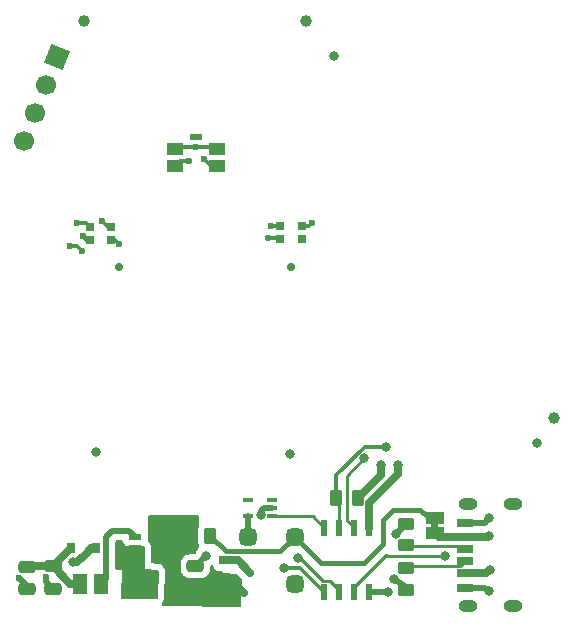
<source format=gbr>
%TF.GenerationSoftware,KiCad,Pcbnew,8.0.5*%
%TF.CreationDate,2024-11-06T13:54:44-05:00*%
%TF.ProjectId,BadgeKittyv2,42616467-654b-4697-9474-7976322e6b69,rev?*%
%TF.SameCoordinates,Original*%
%TF.FileFunction,Copper,L1,Top*%
%TF.FilePolarity,Positive*%
%FSLAX46Y46*%
G04 Gerber Fmt 4.6, Leading zero omitted, Abs format (unit mm)*
G04 Created by KiCad (PCBNEW 8.0.5) date 2024-11-06 13:54:44*
%MOMM*%
%LPD*%
G01*
G04 APERTURE LIST*
G04 Aperture macros list*
%AMRoundRect*
0 Rectangle with rounded corners*
0 $1 Rounding radius*
0 $2 $3 $4 $5 $6 $7 $8 $9 X,Y pos of 4 corners*
0 Add a 4 corners polygon primitive as box body*
4,1,4,$2,$3,$4,$5,$6,$7,$8,$9,$2,$3,0*
0 Add four circle primitives for the rounded corners*
1,1,$1+$1,$2,$3*
1,1,$1+$1,$4,$5*
1,1,$1+$1,$6,$7*
1,1,$1+$1,$8,$9*
0 Add four rect primitives between the rounded corners*
20,1,$1+$1,$2,$3,$4,$5,0*
20,1,$1+$1,$4,$5,$6,$7,0*
20,1,$1+$1,$6,$7,$8,$9,0*
20,1,$1+$1,$8,$9,$2,$3,0*%
%AMHorizOval*
0 Thick line with rounded ends*
0 $1 width*
0 $2 $3 position (X,Y) of the first rounded end (center of the circle)*
0 $4 $5 position (X,Y) of the second rounded end (center of the circle)*
0 Add line between two ends*
20,1,$1,$2,$3,$4,$5,0*
0 Add two circle primitives to create the rounded ends*
1,1,$1,$2,$3*
1,1,$1,$4,$5*%
%AMRotRect*
0 Rectangle, with rotation*
0 The origin of the aperture is its center*
0 $1 length*
0 $2 width*
0 $3 Rotation angle, in degrees counterclockwise*
0 Add horizontal line*
21,1,$1,$2,0,0,$3*%
G04 Aperture macros list end*
%TA.AperFunction,EtchedComponent*%
%ADD10C,0.000000*%
%TD*%
%TA.AperFunction,SMDPad,CuDef*%
%ADD11R,0.700000X0.700000*%
%TD*%
%TA.AperFunction,SMDPad,CuDef*%
%ADD12R,1.000000X0.599999*%
%TD*%
%TA.AperFunction,SMDPad,CuDef*%
%ADD13R,1.400000X0.700000*%
%TD*%
%TA.AperFunction,SMDPad,CuDef*%
%ADD14R,1.400000X0.760000*%
%TD*%
%TA.AperFunction,SMDPad,CuDef*%
%ADD15R,1.400000X0.800000*%
%TD*%
%TA.AperFunction,ComponentPad*%
%ADD16O,1.600000X1.000000*%
%TD*%
%TA.AperFunction,SMDPad,CuDef*%
%ADD17RoundRect,0.250000X-0.475000X0.250000X-0.475000X-0.250000X0.475000X-0.250000X0.475000X0.250000X0*%
%TD*%
%TA.AperFunction,SMDPad,CuDef*%
%ADD18RoundRect,0.250000X-0.262500X-0.450000X0.262500X-0.450000X0.262500X0.450000X-0.262500X0.450000X0*%
%TD*%
%TA.AperFunction,SMDPad,CuDef*%
%ADD19R,0.900000X0.800000*%
%TD*%
%TA.AperFunction,SMDPad,CuDef*%
%ADD20RoundRect,0.250000X-0.450000X0.262500X-0.450000X-0.262500X0.450000X-0.262500X0.450000X0.262500X0*%
%TD*%
%TA.AperFunction,SMDPad,CuDef*%
%ADD21C,1.000000*%
%TD*%
%TA.AperFunction,SMDPad,CuDef*%
%ADD22R,0.558800X1.460500*%
%TD*%
%TA.AperFunction,SMDPad,CuDef*%
%ADD23RoundRect,0.362500X0.362500X0.362500X-0.362500X0.362500X-0.362500X-0.362500X0.362500X-0.362500X0*%
%TD*%
%TA.AperFunction,SMDPad,CuDef*%
%ADD24RoundRect,0.250000X0.450000X-0.262500X0.450000X0.262500X-0.450000X0.262500X-0.450000X-0.262500X0*%
%TD*%
%TA.AperFunction,SMDPad,CuDef*%
%ADD25RoundRect,0.250000X0.262500X0.450000X-0.262500X0.450000X-0.262500X-0.450000X0.262500X-0.450000X0*%
%TD*%
%TA.AperFunction,SMDPad,CuDef*%
%ADD26R,1.400000X1.050000*%
%TD*%
%TA.AperFunction,SMDPad,CuDef*%
%ADD27R,1.100000X0.500000*%
%TD*%
%TA.AperFunction,SMDPad,CuDef*%
%ADD28RoundRect,0.250000X0.250000X0.475000X-0.250000X0.475000X-0.250000X-0.475000X0.250000X-0.475000X0*%
%TD*%
%TA.AperFunction,SMDPad,CuDef*%
%ADD29R,0.838200X0.355600*%
%TD*%
%TA.AperFunction,SMDPad,CuDef*%
%ADD30RoundRect,0.250000X0.475000X-0.250000X0.475000X0.250000X-0.475000X0.250000X-0.475000X-0.250000X0*%
%TD*%
%TA.AperFunction,SMDPad,CuDef*%
%ADD31R,0.800000X0.900000*%
%TD*%
%TA.AperFunction,SMDPad,CuDef*%
%ADD32R,1.500000X1.000000*%
%TD*%
%TA.AperFunction,ComponentPad*%
%ADD33RotRect,1.700000X1.700000X338.000000*%
%TD*%
%TA.AperFunction,ComponentPad*%
%ADD34HorizOval,1.700000X0.000000X0.000000X0.000000X0.000000X0*%
%TD*%
%TA.AperFunction,SMDPad,CuDef*%
%ADD35R,1.168400X1.803400*%
%TD*%
%TA.AperFunction,ViaPad*%
%ADD36C,0.800000*%
%TD*%
%TA.AperFunction,ViaPad*%
%ADD37C,0.600000*%
%TD*%
%TA.AperFunction,ViaPad*%
%ADD38C,0.700000*%
%TD*%
%TA.AperFunction,ViaPad*%
%ADD39C,0.550000*%
%TD*%
%TA.AperFunction,Conductor*%
%ADD40C,0.550000*%
%TD*%
%TA.AperFunction,Conductor*%
%ADD41C,0.400000*%
%TD*%
%TA.AperFunction,Conductor*%
%ADD42C,0.360000*%
%TD*%
%TA.AperFunction,Conductor*%
%ADD43C,0.650000*%
%TD*%
%TA.AperFunction,Conductor*%
%ADD44C,0.250000*%
%TD*%
G04 APERTURE END LIST*
D10*
%TA.AperFunction,EtchedComponent*%
%TO.C,JP1*%
G36*
X129997499Y-124990731D02*
G01*
X129397499Y-124990731D01*
X129397499Y-124490731D01*
X129997499Y-124490731D01*
X129997499Y-124990731D01*
G37*
%TD.AperFunction*%
%TD*%
D11*
%TO.P,D1,1,DO*%
%TO.N,Net-(D1-DO)*%
X102300493Y-100591356D03*
%TO.P,D1,2,GND*%
%TO.N,GND*%
X102300493Y-99491356D03*
%TO.P,D1,3,DI*%
%TO.N,/PIN_6*%
X100470493Y-99491356D03*
%TO.P,D1,4,VDD*%
%TO.N,+5V*%
X100470493Y-100591356D03*
%TD*%
D12*
%TO.P,U2,1,SW*%
%TO.N,Net-(U2-SW)*%
X104283533Y-125701492D03*
%TO.P,U2,2,GND*%
%TO.N,GND*%
X104283533Y-126651493D03*
%TO.P,U2,3,NC*%
X104283533Y-127601491D03*
%TO.P,U2,4,VOUT*%
%TO.N,+5V*%
X107033533Y-127601491D03*
%TO.P,U2,5,NC*%
X107033533Y-125701492D03*
%TD*%
D11*
%TO.P,D2,4,VDD*%
%TO.N,+5V*%
X116585300Y-100479969D03*
%TO.P,D2,3,DI*%
%TO.N,Net-(D1-DO)*%
X116585300Y-99379969D03*
%TO.P,D2,2,GND*%
%TO.N,GND*%
X118415300Y-99379969D03*
%TO.P,D2,1,DO*%
%TO.N,unconnected-(D2-DO-Pad1)*%
X118415300Y-100479969D03*
%TD*%
D13*
%TO.P,J1,A5,CC1*%
%TO.N,Net-(J1-CC1)*%
X132244032Y-127756843D03*
D14*
%TO.P,J1,A9,VBUS*%
%TO.N,VBUS*%
X132244032Y-125736843D03*
D15*
%TO.P,J1,A12,GND*%
%TO.N,GND*%
X132244032Y-124506843D03*
D13*
%TO.P,J1,B5,CC2*%
%TO.N,Net-(J1-CC2)*%
X132244032Y-126756843D03*
D14*
%TO.P,J1,B9,VBUS__1*%
%TO.N,VBUS*%
X132244032Y-128776843D03*
D15*
%TO.P,J1,B12,GND__1*%
%TO.N,GND*%
X132244032Y-130006843D03*
D16*
%TO.P,J1,SH1,SHIELD*%
X132534032Y-131576843D03*
%TO.P,J1,SH2,SHIELD__1*%
X136334032Y-131576843D03*
%TO.P,J1,SH3,SHIELD__2*%
X132534032Y-122936843D03*
%TO.P,J1,SH4,SHIELD__3*%
X136334032Y-122936843D03*
%TD*%
D17*
%TO.P,C4,1*%
%TO.N,Net-(D3-K)*%
X97349892Y-128203005D03*
%TO.P,C4,2*%
%TO.N,GND*%
X97349892Y-130103005D03*
%TD*%
D18*
%TO.P,R4,1*%
%TO.N,/PIN_7*%
X121325465Y-122400053D03*
%TO.P,R4,2*%
%TO.N,+5V*%
X123150465Y-122400053D03*
%TD*%
D19*
%TO.P,D4,1,K*%
%TO.N,+5V*%
X111884985Y-129800356D03*
%TO.P,D4,2,A*%
%TO.N,VBUS*%
X111884985Y-127700356D03*
%TD*%
D20*
%TO.P,R2,1*%
%TO.N,GND*%
X127254629Y-124602045D03*
%TO.P,R2,2*%
%TO.N,Net-(J1-CC2)*%
X127254629Y-126427045D03*
%TD*%
D21*
%TO.P,EAR2,*%
%TO.N,*%
X118754060Y-82000000D03*
%TD*%
D22*
%TO.P,U1,1,VDD*%
%TO.N,+5V*%
X124161485Y-124922820D03*
%TO.P,U1,2,PA6*%
%TO.N,/PIN_6*%
X122891485Y-124922820D03*
%TO.P,U1,3,PA7*%
%TO.N,/PIN_7*%
X121621485Y-124922820D03*
%TO.P,U1,4,PA1*%
%TO.N,/PIN_1*%
X120351485Y-124922820D03*
%TO.P,U1,5,PA2*%
%TO.N,/PIN_2*%
X120351485Y-130371120D03*
%TO.P,U1,6,PA0/\u002ARESET/UPDI*%
%TO.N,/RST{slash}UPDI*%
X121621485Y-130371120D03*
%TO.P,U1,7,PA3/EXTCLK*%
%TO.N,/PIN_3*%
X122891485Y-130371120D03*
%TO.P,U1,8,GND*%
%TO.N,GND*%
X124161485Y-130371120D03*
%TD*%
D23*
%TO.P,LS1,1,+*%
%TO.N,Net-(JP1-A)*%
X117862173Y-125702559D03*
%TO.P,LS1,2,-*%
%TO.N,Net-(LS1--)*%
X113862173Y-125702559D03*
%TO.P,LS1,3,MP*%
%TO.N,unconnected-(LS1-MP-Pad3)*%
X117862173Y-129702559D03*
%TD*%
D24*
%TO.P,R1,1*%
%TO.N,GND*%
X127225324Y-130201099D03*
%TO.P,R1,2*%
%TO.N,Net-(J1-CC1)*%
X127225324Y-128376099D03*
%TD*%
D25*
%TO.P,R3,1*%
%TO.N,Net-(JP1-A)*%
X110657503Y-125602546D03*
%TO.P,R3,2*%
%TO.N,+5V*%
X108832503Y-125602546D03*
%TD*%
D26*
%TO.P,S1,1*%
%TO.N,/PIN_7*%
X107674255Y-92867968D03*
%TO.P,S1,2*%
X111274255Y-92867968D03*
%TO.P,S1,3*%
%TO.N,GND*%
X107674255Y-94317968D03*
%TO.P,S1,4*%
X111274255Y-94317968D03*
D27*
%TO.P,S1,5,SHIELD*%
%TO.N,unconnected-(S1-SHIELD-Pad5)*%
X109474255Y-91892968D03*
%TD*%
D28*
%TO.P,C5,1*%
%TO.N,+5V*%
X107387851Y-129924068D03*
%TO.P,C5,2*%
%TO.N,GND*%
X105487851Y-129924068D03*
%TD*%
D29*
%TO.P,U3,1,2*%
%TO.N,/PIN_1*%
X115916872Y-123909763D03*
%TO.P,U3,2,3*%
%TO.N,GND*%
X115916872Y-123259764D03*
%TO.P,U3,3,5*%
%TO.N,unconnected-(U3-5-Pad3)*%
X115916872Y-122609765D03*
%TO.P,U3,4,4*%
%TO.N,unconnected-(U3-Pad4)*%
X113834072Y-122609765D03*
%TO.P,U3,5,1*%
%TO.N,Net-(LS1--)*%
X113834072Y-123909763D03*
%TD*%
D30*
%TO.P,C3,1*%
%TO.N,+5V*%
X109409822Y-130094695D03*
%TO.P,C3,2*%
%TO.N,GND*%
X109409822Y-128194695D03*
%TD*%
D21*
%TO.P,EAR1,*%
%TO.N,*%
X100021614Y-82000000D03*
%TD*%
D31*
%TO.P,D3,1,K*%
%TO.N,Net-(D3-K)*%
X98902416Y-126654069D03*
%TO.P,D3,2,A*%
%TO.N,+BATT*%
X101002416Y-126654069D03*
%TD*%
D21*
%TO.P,TAIL1,*%
%TO.N,*%
X139746526Y-115642953D03*
%TD*%
D17*
%TO.P,C2,1*%
%TO.N,Net-(D3-K)*%
X95150061Y-128220882D03*
%TO.P,C2,2*%
%TO.N,GND*%
X95150061Y-130120882D03*
%TD*%
D32*
%TO.P,JP1,1,A*%
%TO.N,Net-(JP1-A)*%
X129697499Y-124090731D03*
%TO.P,JP1,2,B*%
%TO.N,VBUS*%
X129697499Y-125390731D03*
%TD*%
D33*
%TO.P,PROG1,1,Pin_1*%
%TO.N,+5V*%
X97738012Y-85108593D03*
D34*
%TO.P,PROG1,2,Pin_2*%
%TO.N,/RST{slash}UPDI*%
X96786511Y-87463640D03*
%TO.P,PROG1,3,Pin_3*%
%TO.N,GND*%
X95835011Y-89818687D03*
%TO.P,PROG1,4,Pin_4*%
%TO.N,/PIN_2*%
X94883510Y-92173734D03*
%TD*%
D35*
%TO.P,L1,1,1*%
%TO.N,Net-(U2-SW)*%
X101423113Y-129691768D03*
%TO.P,L1,2,2*%
%TO.N,Net-(D3-K)*%
X99670513Y-129691768D03*
%TD*%
D36*
%TO.N,GND*%
X134249666Y-130291576D03*
X138381108Y-117735428D03*
D37*
X96780056Y-129145675D03*
D36*
X110332994Y-127308665D03*
X121179530Y-85034291D03*
X126393327Y-125458379D03*
X117405569Y-118665945D03*
X125708589Y-130355449D03*
X134310797Y-124138607D03*
D37*
X101505246Y-98944873D03*
X108900621Y-93910133D03*
X104435973Y-129856249D03*
X103221773Y-126787150D03*
X119292542Y-99156044D03*
X94477385Y-129162728D03*
X104297197Y-127114156D03*
X103810624Y-130646736D03*
D36*
X101014466Y-118538056D03*
D38*
X117476905Y-102901215D03*
D36*
X126251544Y-129302441D03*
D37*
X104289017Y-128290870D03*
D36*
X114938467Y-123864283D03*
D37*
X103277433Y-128095176D03*
D38*
X102987548Y-102889241D03*
D37*
X110150406Y-93696010D03*
D39*
%TO.N,+5V*%
X115598787Y-100419504D03*
D37*
X107105925Y-126639541D03*
X99874627Y-100274462D03*
X107468462Y-128628264D03*
X113493906Y-130484962D03*
D36*
X126553378Y-119615194D03*
X125113941Y-119585566D03*
D37*
X106112615Y-125672956D03*
X106097414Y-127588302D03*
%TO.N,Net-(D1-DO)*%
X102959521Y-100927344D03*
X115813460Y-99390545D03*
D36*
%TO.N,+BATT*%
X99055888Y-127830474D03*
D37*
%TO.N,/PIN_6*%
X99398252Y-99146265D03*
D36*
X123734353Y-119056480D03*
%TO.N,/PIN_7*%
X125541965Y-118088833D03*
D37*
X109480121Y-92724221D03*
D36*
%TO.N,/PIN_2*%
X116906299Y-128331968D03*
D37*
%TO.N,/RST{slash}UPDI*%
X99838443Y-101468548D03*
X98769633Y-101056104D03*
D36*
X118080184Y-127482774D03*
%TO.N,VBUS*%
X134249666Y-125649879D03*
D37*
X114069370Y-128776256D03*
D36*
X134347180Y-128516810D03*
%TO.N,/PIN_3*%
X130566327Y-127294241D03*
%TD*%
D40*
%TO.N,GND*%
X127225324Y-129981541D02*
X126251544Y-129302441D01*
X127225324Y-130201099D02*
X127225324Y-129981541D01*
X133928886Y-130006843D02*
X134213619Y-130291576D01*
X134249666Y-130291576D02*
X134249666Y-130327623D01*
X96780056Y-129145675D02*
X96780056Y-129513300D01*
X96923935Y-130103005D02*
X97349892Y-130103005D01*
X114938467Y-123864283D02*
X114938467Y-123541268D01*
X134213619Y-130291576D02*
X134249666Y-130291576D01*
X127249661Y-124602045D02*
X127254629Y-124602045D01*
X110295852Y-127308665D02*
X109409822Y-128194695D01*
D41*
X103979547Y-126651493D02*
X104297197Y-127114156D01*
D42*
X108900621Y-93910133D02*
X108082090Y-93910133D01*
D41*
X104289017Y-128290870D02*
X104283533Y-128285386D01*
D42*
X119292542Y-99164388D02*
X119292542Y-99156044D01*
X110772364Y-94317968D02*
X111274255Y-94317968D01*
X118415300Y-99379969D02*
X119076961Y-99379969D01*
D40*
X124161485Y-130371120D02*
X125698362Y-130371120D01*
D42*
X119076961Y-99379969D02*
X119292542Y-99164388D01*
D40*
X132244032Y-124506843D02*
X133942561Y-124506843D01*
D41*
X104297197Y-127114156D02*
X104283533Y-126651493D01*
D40*
X125708589Y-130360893D02*
X125708589Y-130355449D01*
D42*
X119300886Y-99156044D02*
X119292542Y-99164388D01*
D40*
X94477385Y-129162728D02*
X95150061Y-129835404D01*
D42*
X101505246Y-98944873D02*
X101473656Y-98944873D01*
D40*
X114938467Y-123541268D02*
X115219971Y-123259764D01*
X125698362Y-130371120D02*
X125708589Y-130360893D01*
D42*
X102300493Y-99491356D02*
X102020139Y-99491356D01*
D40*
X95150061Y-129835404D02*
X95150061Y-130120882D01*
X133942561Y-124506843D02*
X134310797Y-124138607D01*
D42*
X101505246Y-98976463D02*
X101505246Y-98944873D01*
D40*
X134249666Y-130327623D02*
X134207115Y-130285072D01*
D42*
X110150406Y-93696010D02*
X110150406Y-93769243D01*
X110150406Y-93696010D02*
X110772364Y-94317968D01*
X101473656Y-98944873D02*
X101473656Y-98944873D01*
X119292542Y-99156044D02*
X119300886Y-99156044D01*
D40*
X134310797Y-124138607D02*
X134365369Y-124084035D01*
X126393327Y-125458379D02*
X127249661Y-124602045D01*
D42*
X108082090Y-93910133D02*
X107674255Y-94317968D01*
D40*
X96780056Y-129513300D02*
X97146848Y-129880092D01*
X125708589Y-130355449D02*
X125714033Y-130355449D01*
D42*
X102020139Y-99491356D02*
X101505246Y-98976463D01*
D40*
X115219971Y-123259764D02*
X115916872Y-123259764D01*
X132244032Y-130006843D02*
X133928886Y-130006843D01*
X110332994Y-127308665D02*
X110295852Y-127308665D01*
X125714033Y-130355449D02*
X125741249Y-130328233D01*
D43*
%TO.N,+5V*%
X112809300Y-129800356D02*
X111884985Y-129800356D01*
X124161485Y-124922820D02*
X124161485Y-122815067D01*
X113493906Y-130484962D02*
X112809300Y-129800356D01*
D42*
X107387851Y-129924068D02*
X107387851Y-128708875D01*
D43*
X107105925Y-126639541D02*
X107105925Y-125773884D01*
D42*
X100191521Y-100591356D02*
X100470493Y-100591356D01*
X116316560Y-100479969D02*
X116585300Y-100479969D01*
D43*
X124161485Y-122815067D02*
X126553378Y-120423174D01*
D42*
X116256095Y-100419504D02*
X116316560Y-100479969D01*
X115598787Y-100419504D02*
X116256095Y-100419504D01*
D43*
X125113941Y-119585566D02*
X125113941Y-120436577D01*
D42*
X99874627Y-100274462D02*
X100191521Y-100591356D01*
X107387851Y-128708875D02*
X107468462Y-128628264D01*
D43*
X126553378Y-120423174D02*
X126553378Y-119615194D01*
D42*
X107387851Y-129924068D02*
X107079101Y-129924068D01*
D43*
X107105925Y-125773884D02*
X107033533Y-125701492D01*
X125113941Y-120436577D02*
X123150465Y-122400053D01*
D42*
%TO.N,Net-(D1-DO)*%
X102959521Y-100935229D02*
X102935865Y-100911573D01*
X102300493Y-100591356D02*
X102615648Y-100591356D01*
X102951636Y-100927344D02*
X102959521Y-100927344D01*
X116170634Y-99379969D02*
X116585300Y-99379969D01*
X115813460Y-99390545D02*
X115754804Y-99331889D01*
X115813460Y-99390545D02*
X116160058Y-99390545D01*
X116160058Y-99390545D02*
X116170634Y-99379969D01*
X102615648Y-100591356D02*
X102951636Y-100927344D01*
X102959521Y-100927344D02*
X102959521Y-100935229D01*
D43*
%TO.N,+BATT*%
X100598466Y-126654069D02*
X101002416Y-126654069D01*
X99426011Y-127830474D02*
X100118681Y-127137804D01*
X100118681Y-127137804D02*
X100118681Y-127133854D01*
X100118681Y-127133854D02*
X100598466Y-126654069D01*
X99055888Y-127830474D02*
X99426011Y-127830474D01*
D44*
%TO.N,/PIN_1*%
X119338428Y-123909763D02*
X115916872Y-123909763D01*
X120351485Y-124922820D02*
X119338428Y-123909763D01*
%TO.N,/PIN_6*%
X122267231Y-124298566D02*
X122891485Y-124922820D01*
X123734353Y-119056480D02*
X122267231Y-120523602D01*
X122267231Y-120523602D02*
X122267231Y-124298566D01*
D42*
X99398252Y-99146265D02*
X100125402Y-99146265D01*
X100125402Y-99146265D02*
X100470493Y-99491356D01*
D40*
%TO.N,Net-(U2-SW)*%
X101423113Y-129691768D02*
X101872085Y-129242796D01*
X103809020Y-125226979D02*
X104283533Y-125701492D01*
X102336584Y-125226979D02*
X103809020Y-125226979D01*
X101872085Y-129242796D02*
X101872085Y-125691478D01*
X101872085Y-125691478D02*
X102336584Y-125226979D01*
D42*
%TO.N,/PIN_7*%
X123741040Y-118088833D02*
X121325465Y-120504408D01*
X107674255Y-92867968D02*
X107818002Y-92724221D01*
X125541965Y-118088833D02*
X123741040Y-118088833D01*
D44*
X121621485Y-122696073D02*
X121325465Y-122400053D01*
X121621485Y-124922820D02*
X121621485Y-122696073D01*
D42*
X107818002Y-92724221D02*
X111130508Y-92724221D01*
X121325465Y-120504408D02*
X121325465Y-122400053D01*
X111130508Y-92724221D02*
X111274255Y-92867968D01*
%TO.N,/PIN_2*%
X116906299Y-128331968D02*
X118312333Y-128331968D01*
D44*
X118103499Y-128331968D02*
X116906299Y-128331968D01*
D42*
X118312333Y-128331968D02*
X120351485Y-130371120D01*
D44*
%TO.N,/RST{slash}UPDI*%
X120855885Y-129415870D02*
X121621485Y-130181470D01*
D42*
X98769633Y-101056104D02*
X99425999Y-101056104D01*
D44*
X118080184Y-127482774D02*
X118258699Y-127482774D01*
X121621485Y-130181470D02*
X121621485Y-130371120D01*
X118258699Y-127482774D02*
X120191795Y-129415870D01*
X120191795Y-129415870D02*
X120855885Y-129415870D01*
D42*
X99425999Y-101056104D02*
X99838443Y-101468548D01*
D44*
%TO.N,Net-(J1-CC1)*%
X127225324Y-128376099D02*
X127447996Y-128153427D01*
X131847448Y-128153427D02*
X132244032Y-127756843D01*
X127447996Y-128153427D02*
X131847448Y-128153427D01*
%TO.N,Net-(J1-CC2)*%
X127292006Y-126464422D02*
X131951611Y-126464422D01*
X131951611Y-126464422D02*
X132244032Y-126756843D01*
X127254629Y-126427045D02*
X127292006Y-126464422D01*
D43*
%TO.N,Net-(D3-K)*%
X98838655Y-129691768D02*
X97349892Y-128203005D01*
D44*
X95123144Y-128193965D02*
X95150061Y-128220882D01*
D43*
X99670513Y-129691768D02*
X98838655Y-129691768D01*
X97353480Y-128203005D02*
X98902416Y-126654069D01*
X97349892Y-128203005D02*
X97353480Y-128203005D01*
X97349892Y-128203005D02*
X95167938Y-128203005D01*
%TO.N,VBUS*%
X112993470Y-127700356D02*
X111884985Y-127700356D01*
X132244032Y-125736843D02*
X130043611Y-125736843D01*
X114069370Y-128776256D02*
X112993470Y-127700356D01*
X134249666Y-125649879D02*
X134249666Y-125620927D01*
X134249666Y-125620927D02*
X134247303Y-125623290D01*
X134067645Y-128776843D02*
X134327678Y-128516810D01*
X132244032Y-125736843D02*
X134133750Y-125736843D01*
X134327678Y-128516810D02*
X134347180Y-128516810D01*
X132244032Y-128776843D02*
X134067645Y-128776843D01*
X134347180Y-128497308D02*
X134327678Y-128516810D01*
X134133750Y-125736843D02*
X134220714Y-125649879D01*
X134220714Y-125649879D02*
X134249666Y-125649879D01*
X130043611Y-125736843D02*
X129697499Y-125390731D01*
X134347180Y-128516810D02*
X134347180Y-128497308D01*
D41*
%TO.N,Net-(JP1-A)*%
X116620419Y-126944313D02*
X111999270Y-126944313D01*
D44*
X129697499Y-124090731D02*
X129697499Y-123960301D01*
D41*
X128465232Y-123436424D02*
X126182640Y-123436424D01*
X111999270Y-126944313D02*
X110657503Y-125602546D01*
X123722950Y-127903222D02*
X120062836Y-127903222D01*
X126182640Y-123436424D02*
X125336506Y-124282558D01*
X118281591Y-125283141D02*
X117862173Y-125702559D01*
X129697499Y-123960301D02*
X128989109Y-123960301D01*
X128989109Y-123960301D02*
X128465232Y-123436424D01*
X117862173Y-125702559D02*
X116620419Y-126944313D01*
X125336506Y-124282558D02*
X125336506Y-126289666D01*
X120062836Y-127903222D02*
X117862173Y-125702559D01*
X125336506Y-126289666D02*
X123722950Y-127903222D01*
D40*
%TO.N,Net-(LS1--)*%
X113862173Y-125702559D02*
X113862173Y-123937864D01*
X113862173Y-123937864D02*
X113834072Y-123909763D01*
D44*
%TO.N,/PIN_3*%
X125560150Y-127251605D02*
X122891485Y-129920270D01*
X122891485Y-129920270D02*
X122891485Y-130371120D01*
X125602786Y-127294241D02*
X125560150Y-127251605D01*
X130566327Y-127294241D02*
X125602786Y-127294241D01*
%TD*%
%TA.AperFunction,Conductor*%
%TO.N,GND*%
G36*
X103233648Y-126022164D02*
G01*
X103279403Y-126074968D01*
X103286720Y-126101645D01*
X103287657Y-126101424D01*
X103289440Y-126108971D01*
X103339735Y-126243820D01*
X103339739Y-126243827D01*
X103425985Y-126359036D01*
X103425988Y-126359039D01*
X103541197Y-126445285D01*
X103541204Y-126445289D01*
X103676050Y-126495583D01*
X103676049Y-126495583D01*
X103682977Y-126496327D01*
X103735660Y-126501992D01*
X104831405Y-126501991D01*
X104891016Y-126495583D01*
X104975110Y-126464217D01*
X105044799Y-126459234D01*
X105106122Y-126492718D01*
X105139607Y-126554041D01*
X105142438Y-126581271D01*
X105129823Y-128376478D01*
X105129356Y-128443001D01*
X106200293Y-128490047D01*
X106266402Y-128512655D01*
X106309795Y-128567416D01*
X106318794Y-128617632D01*
X106252274Y-130843722D01*
X106230596Y-130910143D01*
X106176448Y-130954301D01*
X106128329Y-130964018D01*
X103242319Y-130964018D01*
X103175280Y-130944333D01*
X103129525Y-130891529D01*
X103118346Y-130837415D01*
X103167415Y-128500520D01*
X103167347Y-128500519D01*
X102771572Y-128500478D01*
X102704534Y-128480786D01*
X102658785Y-128427977D01*
X102647585Y-128376478D01*
X102647585Y-126126479D01*
X102667270Y-126059440D01*
X102720074Y-126013685D01*
X102771585Y-126002479D01*
X103166609Y-126002479D01*
X103233648Y-126022164D01*
G37*
%TD.AperFunction*%
%TD*%
%TA.AperFunction,Conductor*%
%TO.N,+5V*%
G36*
X107652320Y-123852831D02*
G01*
X108858814Y-123852831D01*
X108860313Y-123852839D01*
X109607045Y-123861875D01*
X109673840Y-123882369D01*
X109718952Y-123935723D01*
X109729543Y-123985866D01*
X109729543Y-124766667D01*
X109712612Y-124826367D01*
X109713243Y-124826661D01*
X109711421Y-124830568D01*
X109711083Y-124831761D01*
X109710191Y-124833207D01*
X109710189Y-124833210D01*
X109710189Y-124833212D01*
X109655004Y-124999749D01*
X109655004Y-124999750D01*
X109655003Y-124999750D01*
X109644503Y-125102529D01*
X109644503Y-126102547D01*
X109644504Y-126102565D01*
X109655003Y-126205342D01*
X109655004Y-126205345D01*
X109709614Y-126370146D01*
X109715901Y-126410441D01*
X109714451Y-126549695D01*
X109712746Y-126555284D01*
X109713401Y-126555316D01*
X109710617Y-126612387D01*
X109687689Y-126678387D01*
X109678914Y-126689317D01*
X109600460Y-126776449D01*
X109505815Y-126940380D01*
X109485364Y-127003318D01*
X109455115Y-127052678D01*
X109349917Y-127157876D01*
X109288594Y-127191361D01*
X109262236Y-127194195D01*
X108884820Y-127194195D01*
X108884802Y-127194196D01*
X108782025Y-127204695D01*
X108782022Y-127204696D01*
X108615490Y-127259880D01*
X108615485Y-127259882D01*
X108466164Y-127351984D01*
X108342111Y-127476037D01*
X108250009Y-127625358D01*
X108250008Y-127625361D01*
X108194823Y-127791898D01*
X108194823Y-127791899D01*
X108194822Y-127791899D01*
X108184322Y-127894678D01*
X108184322Y-128494696D01*
X108184323Y-128494714D01*
X108194822Y-128597491D01*
X108194823Y-128597494D01*
X108227117Y-128694950D01*
X108250008Y-128764029D01*
X108342110Y-128913351D01*
X108466166Y-129037407D01*
X108615488Y-129129509D01*
X108782025Y-129184694D01*
X108884813Y-129195195D01*
X109934830Y-129195194D01*
X109934838Y-129195193D01*
X109934841Y-129195193D01*
X109991124Y-129189443D01*
X110037619Y-129184694D01*
X110204156Y-129129509D01*
X110353478Y-129037407D01*
X110477534Y-128913351D01*
X110569636Y-128764029D01*
X110624821Y-128597492D01*
X110635322Y-128494704D01*
X110635321Y-128240305D01*
X110655005Y-128173267D01*
X110707809Y-128127512D01*
X110708798Y-128127065D01*
X110766478Y-128101384D01*
X110835725Y-128092099D01*
X110899002Y-128121727D01*
X110936216Y-128180862D01*
X110940201Y-128201403D01*
X110940893Y-128207837D01*
X110991187Y-128342684D01*
X110991191Y-128342691D01*
X111077437Y-128457900D01*
X111077440Y-128457903D01*
X111192649Y-128544149D01*
X111192656Y-128544153D01*
X111237603Y-128560917D01*
X111327502Y-128594447D01*
X111387112Y-128600856D01*
X111638526Y-128600855D01*
X111705563Y-128620539D01*
X111711296Y-128624455D01*
X111884985Y-128750356D01*
X112961027Y-128873422D01*
X113025395Y-128900597D01*
X113034618Y-128908938D01*
X113364710Y-129239030D01*
X113398195Y-129300353D01*
X113400928Y-129331714D01*
X113312742Y-131515556D01*
X113290369Y-131581747D01*
X113235761Y-131625334D01*
X113187892Y-131634549D01*
X106727404Y-131585006D01*
X106660518Y-131564808D01*
X106615169Y-131511655D01*
X106604357Y-131461687D01*
X106603440Y-131292940D01*
X106622760Y-131225795D01*
X106636189Y-131208304D01*
X106647497Y-131196017D01*
X106711149Y-131066983D01*
X106729674Y-131010222D01*
X106732188Y-131004230D01*
X106757547Y-130858827D01*
X106757547Y-130858826D01*
X106757548Y-130858821D01*
X106824068Y-128632731D01*
X106821465Y-128597494D01*
X106816368Y-128528478D01*
X106816368Y-128528473D01*
X106816367Y-128528469D01*
X106816367Y-128528464D01*
X106807368Y-128478248D01*
X106778388Y-128377808D01*
X106778388Y-128377807D01*
X106705989Y-128253474D01*
X106705987Y-128253470D01*
X106662594Y-128198709D01*
X106625827Y-128163910D01*
X106558100Y-128099807D01*
X106429979Y-128034353D01*
X106429970Y-128034349D01*
X106363862Y-128011742D01*
X106363851Y-128011739D01*
X106222487Y-127985035D01*
X106222479Y-127985034D01*
X106222478Y-127985034D01*
X106074715Y-127978542D01*
X105757660Y-127964614D01*
X105691549Y-127942006D01*
X105648155Y-127887244D01*
X105639105Y-127839865D01*
X105647926Y-126584823D01*
X105645228Y-126528998D01*
X105642397Y-126501768D01*
X105633555Y-126446589D01*
X105583273Y-126311780D01*
X105560860Y-126270733D01*
X105550861Y-126252421D01*
X105550089Y-126250945D01*
X105549794Y-126250468D01*
X105549788Y-126250457D01*
X105549786Y-126250453D01*
X105463560Y-126135272D01*
X105463558Y-126135271D01*
X105463558Y-126135270D01*
X105462147Y-126134214D01*
X105461089Y-126132801D01*
X105457288Y-126129000D01*
X105457834Y-126128453D01*
X105420275Y-126078281D01*
X105412458Y-126034360D01*
X105422298Y-123973049D01*
X105442303Y-123906105D01*
X105495325Y-123860603D01*
X105546484Y-123849642D01*
X107652320Y-123852831D01*
G37*
%TD.AperFunction*%
%TD*%
M02*

</source>
